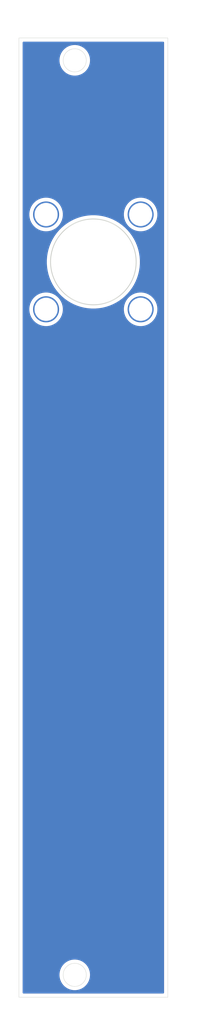
<source format=kicad_pcb>
(kicad_pcb (version 20241229) (generator "pcbnew") (generator_version "9.0")
  (layers (0 "F.Cu" signal) (2 "B.Cu" signal) (13 "F.Paste" user) (15 "B.Paste" user) (5 "F.SilkS" user "F.Silkscreen") (7 "B.SilkS" user "B.Silkscreen") (1 "F.Mask" user) (3 "B.Mask" user) (25 "Edge.Cuts" user))
  (net 0 "")
  (footprint "GaudiLabsFootPrints:TNC_Flange_4Hole" (layer "F.Cu") (at 89.6 67.8)
    (property "Reference" "REF**" (hide yes))
    (property "Value" "TNC_Flange_4Hole" (hide yes))
    (fp_circle (center 0 0) (end 5.75 0) (stroke (width 0.12)) (fill no) (layer "Edge.Cuts"))
    (pad "" np_thru_hole circle (at -6.35 -6.35) (size 3.5 3.5) (drill 3.1) (layers "*.Cu" "*.Mask"))
    (pad "" np_thru_hole circle (at -6.35 6.35) (size 3.5 3.5) (drill 3.1) (layers "*.Cu" "*.Mask"))
    (pad "" np_thru_hole circle (at 6.35 -6.35) (size 3.5 3.5) (drill 3.1) (layers "*.Cu" "*.Mask"))
    (pad "" np_thru_hole circle (at 6.35 6.35) (size 3.5 3.5) (drill 3.1) (layers "*.Cu" "*.Mask"))
  )
  (gr_circle (center 87.1 40.8) (end 88.65 40.8) (stroke (width 0.05)) (fill no) (layer "Edge.Cuts"))
  (gr_rect (start 79.6 37.8) (end 99.6 166.3) (stroke (width 0.05)) (fill no) (layer "Edge.Cuts"))
  (gr_circle (center 87.1 163.3) (end 88.65 163.3) (stroke (width 0.05)) (fill no) (layer "Edge.Cuts"))
  (zone (net 0) (net_name "") (layers "F.Cu" "B.Cu") (connect_pads (clearance 0.5)) (min_thickness 0.25) (fill yes (thermal_gap 0.5) (thermal_bridge_width 0.5) (island_removal_mode 1) (island_area_min 10))
    (polygon (pts (xy 77.06 32.72) (xy 77.06 169.88) (xy 105 169.88) (xy 105 32.72)))
  )
)
</source>
